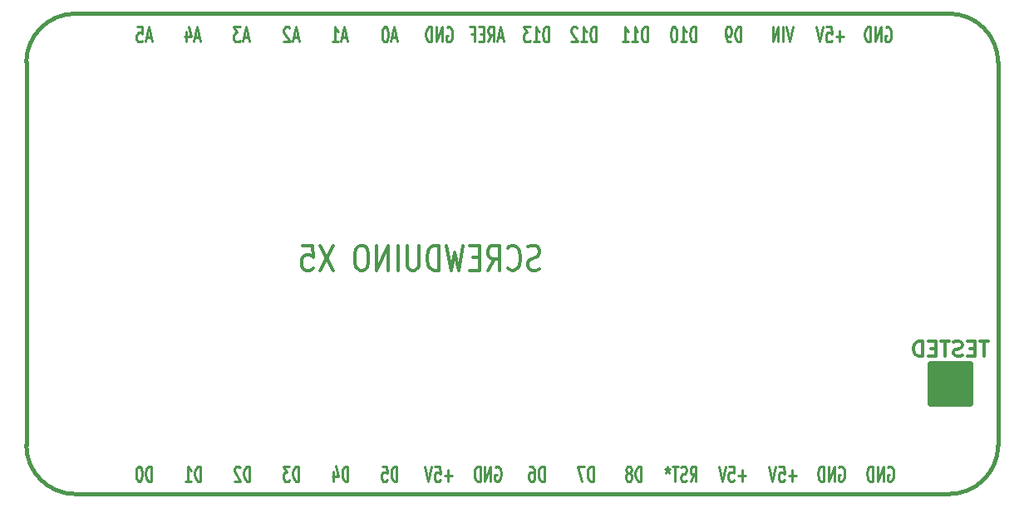
<source format=gbo>
G04 #@! TF.FileFunction,Legend,Bot*
%FSLAX46Y46*%
G04 Gerber Fmt 4.6, Leading zero omitted, Abs format (unit mm)*
G04 Created by KiCad (PCBNEW (after 2015-mar-04 BZR unknown)-product) date 7/17/2015 7:43:42 PM*
%MOMM*%
G01*
G04 APERTURE LIST*
%ADD10C,0.150000*%
%ADD11C,0.381000*%
%ADD12C,0.342900*%
%ADD13C,0.254000*%
%ADD14C,0.650000*%
%ADD15C,0.304800*%
G04 APERTURE END LIST*
D10*
D11*
X92474000Y-79340000D02*
X181474000Y-79340000D01*
X87474000Y-123340000D02*
X87474000Y-84340000D01*
X181474000Y-128340000D02*
X92474000Y-128340000D01*
X186474000Y-84340000D02*
X186474000Y-123340000D01*
X87474000Y-123340000D02*
G75*
G03X92474000Y-128340000I5000000J0D01*
G01*
X181474000Y-128340000D02*
G75*
G03X186474000Y-123340000I0J5000000D01*
G01*
X186474000Y-84340000D02*
G75*
G03X181474000Y-79340000I-5000000J0D01*
G01*
X92474000Y-79340000D02*
G75*
G03X87474000Y-84340000I0J-5000000D01*
G01*
D12*
X139730237Y-105422095D02*
X139439952Y-105543048D01*
X138956142Y-105543048D01*
X138762618Y-105422095D01*
X138665856Y-105301143D01*
X138569095Y-105059238D01*
X138569095Y-104817333D01*
X138665856Y-104575429D01*
X138762618Y-104454476D01*
X138956142Y-104333524D01*
X139343190Y-104212571D01*
X139536714Y-104091619D01*
X139633475Y-103970667D01*
X139730237Y-103728762D01*
X139730237Y-103486857D01*
X139633475Y-103244952D01*
X139536714Y-103124000D01*
X139343190Y-103003048D01*
X138859380Y-103003048D01*
X138569095Y-103124000D01*
X136537095Y-105301143D02*
X136633857Y-105422095D01*
X136924142Y-105543048D01*
X137117666Y-105543048D01*
X137407952Y-105422095D01*
X137601476Y-105180190D01*
X137698237Y-104938286D01*
X137794999Y-104454476D01*
X137794999Y-104091619D01*
X137698237Y-103607810D01*
X137601476Y-103365905D01*
X137407952Y-103124000D01*
X137117666Y-103003048D01*
X136924142Y-103003048D01*
X136633857Y-103124000D01*
X136537095Y-103244952D01*
X134505095Y-105543048D02*
X135182428Y-104333524D01*
X135666237Y-105543048D02*
X135666237Y-103003048D01*
X134892142Y-103003048D01*
X134698618Y-103124000D01*
X134601857Y-103244952D01*
X134505095Y-103486857D01*
X134505095Y-103849714D01*
X134601857Y-104091619D01*
X134698618Y-104212571D01*
X134892142Y-104333524D01*
X135666237Y-104333524D01*
X133634237Y-104212571D02*
X132956904Y-104212571D01*
X132666618Y-105543048D02*
X133634237Y-105543048D01*
X133634237Y-103003048D01*
X132666618Y-103003048D01*
X131989285Y-103003048D02*
X131505476Y-105543048D01*
X131118428Y-103728762D01*
X130731381Y-105543048D01*
X130247571Y-103003048D01*
X129473475Y-105543048D02*
X129473475Y-103003048D01*
X128989666Y-103003048D01*
X128699380Y-103124000D01*
X128505856Y-103365905D01*
X128409095Y-103607810D01*
X128312333Y-104091619D01*
X128312333Y-104454476D01*
X128409095Y-104938286D01*
X128505856Y-105180190D01*
X128699380Y-105422095D01*
X128989666Y-105543048D01*
X129473475Y-105543048D01*
X127441475Y-103003048D02*
X127441475Y-105059238D01*
X127344714Y-105301143D01*
X127247952Y-105422095D01*
X127054428Y-105543048D01*
X126667380Y-105543048D01*
X126473856Y-105422095D01*
X126377095Y-105301143D01*
X126280333Y-105059238D01*
X126280333Y-103003048D01*
X125312713Y-105543048D02*
X125312713Y-103003048D01*
X124345094Y-105543048D02*
X124345094Y-103003048D01*
X123183952Y-105543048D01*
X123183952Y-103003048D01*
X121829285Y-103003048D02*
X121442237Y-103003048D01*
X121248713Y-103124000D01*
X121055190Y-103365905D01*
X120958428Y-103849714D01*
X120958428Y-104696381D01*
X121055190Y-105180190D01*
X121248713Y-105422095D01*
X121442237Y-105543048D01*
X121829285Y-105543048D01*
X122022809Y-105422095D01*
X122216332Y-105180190D01*
X122313094Y-104696381D01*
X122313094Y-103849714D01*
X122216332Y-103365905D01*
X122022809Y-103124000D01*
X121829285Y-103003048D01*
X118732904Y-103003048D02*
X117378238Y-105543048D01*
X117378238Y-103003048D02*
X118732904Y-105543048D01*
X115636523Y-103003048D02*
X116604142Y-103003048D01*
X116700904Y-104212571D01*
X116604142Y-104091619D01*
X116410619Y-103970667D01*
X115926809Y-103970667D01*
X115733285Y-104091619D01*
X115636523Y-104212571D01*
X115539762Y-104454476D01*
X115539762Y-105059238D01*
X115636523Y-105301143D01*
X115733285Y-105422095D01*
X115926809Y-105543048D01*
X116410619Y-105543048D01*
X116604142Y-105422095D01*
X116700904Y-105301143D01*
D13*
X175018095Y-80772000D02*
X175114857Y-80699429D01*
X175260000Y-80699429D01*
X175405142Y-80772000D01*
X175501904Y-80917143D01*
X175550285Y-81062286D01*
X175598666Y-81352571D01*
X175598666Y-81570286D01*
X175550285Y-81860571D01*
X175501904Y-82005714D01*
X175405142Y-82150857D01*
X175260000Y-82223429D01*
X175163238Y-82223429D01*
X175018095Y-82150857D01*
X174969714Y-82078286D01*
X174969714Y-81570286D01*
X175163238Y-81570286D01*
X174534285Y-82223429D02*
X174534285Y-80699429D01*
X173953714Y-82223429D01*
X173953714Y-80699429D01*
X173469904Y-82223429D02*
X173469904Y-80699429D01*
X173227999Y-80699429D01*
X173082857Y-80772000D01*
X172986095Y-80917143D01*
X172937714Y-81062286D01*
X172889333Y-81352571D01*
X172889333Y-81570286D01*
X172937714Y-81860571D01*
X172986095Y-82005714D01*
X173082857Y-82150857D01*
X173227999Y-82223429D01*
X173469904Y-82223429D01*
X170724285Y-81642857D02*
X169950190Y-81642857D01*
X170337238Y-82223429D02*
X170337238Y-81062286D01*
X168982571Y-80699429D02*
X169466380Y-80699429D01*
X169514761Y-81425143D01*
X169466380Y-81352571D01*
X169369618Y-81280000D01*
X169127714Y-81280000D01*
X169030952Y-81352571D01*
X168982571Y-81425143D01*
X168934190Y-81570286D01*
X168934190Y-81933143D01*
X168982571Y-82078286D01*
X169030952Y-82150857D01*
X169127714Y-82223429D01*
X169369618Y-82223429D01*
X169466380Y-82150857D01*
X169514761Y-82078286D01*
X168643904Y-80699429D02*
X168305237Y-82223429D01*
X167966571Y-80699429D01*
X165577762Y-80699429D02*
X165239095Y-82223429D01*
X164900429Y-80699429D01*
X164561762Y-82223429D02*
X164561762Y-80699429D01*
X164077952Y-82223429D02*
X164077952Y-80699429D01*
X163497381Y-82223429D01*
X163497381Y-80699429D01*
X160261904Y-82223429D02*
X160261904Y-80699429D01*
X160019999Y-80699429D01*
X159874857Y-80772000D01*
X159778095Y-80917143D01*
X159729714Y-81062286D01*
X159681333Y-81352571D01*
X159681333Y-81570286D01*
X159729714Y-81860571D01*
X159778095Y-82005714D01*
X159874857Y-82150857D01*
X160019999Y-82223429D01*
X160261904Y-82223429D01*
X159197523Y-82223429D02*
X159003999Y-82223429D01*
X158907238Y-82150857D01*
X158858857Y-82078286D01*
X158762095Y-81860571D01*
X158713714Y-81570286D01*
X158713714Y-80989714D01*
X158762095Y-80844571D01*
X158810476Y-80772000D01*
X158907238Y-80699429D01*
X159100761Y-80699429D01*
X159197523Y-80772000D01*
X159245904Y-80844571D01*
X159294285Y-80989714D01*
X159294285Y-81352571D01*
X159245904Y-81497714D01*
X159197523Y-81570286D01*
X159100761Y-81642857D01*
X158907238Y-81642857D01*
X158810476Y-81570286D01*
X158762095Y-81497714D01*
X158713714Y-81352571D01*
X155665714Y-82223429D02*
X155665714Y-80699429D01*
X155423809Y-80699429D01*
X155278667Y-80772000D01*
X155181905Y-80917143D01*
X155133524Y-81062286D01*
X155085143Y-81352571D01*
X155085143Y-81570286D01*
X155133524Y-81860571D01*
X155181905Y-82005714D01*
X155278667Y-82150857D01*
X155423809Y-82223429D01*
X155665714Y-82223429D01*
X154117524Y-82223429D02*
X154698095Y-82223429D01*
X154407809Y-82223429D02*
X154407809Y-80699429D01*
X154504571Y-80917143D01*
X154601333Y-81062286D01*
X154698095Y-81134857D01*
X153488571Y-80699429D02*
X153391810Y-80699429D01*
X153295048Y-80772000D01*
X153246667Y-80844571D01*
X153198286Y-80989714D01*
X153149905Y-81280000D01*
X153149905Y-81642857D01*
X153198286Y-81933143D01*
X153246667Y-82078286D01*
X153295048Y-82150857D01*
X153391810Y-82223429D01*
X153488571Y-82223429D01*
X153585333Y-82150857D01*
X153633714Y-82078286D01*
X153682095Y-81933143D01*
X153730476Y-81642857D01*
X153730476Y-81280000D01*
X153682095Y-80989714D01*
X153633714Y-80844571D01*
X153585333Y-80772000D01*
X153488571Y-80699429D01*
X150712714Y-82223429D02*
X150712714Y-80699429D01*
X150470809Y-80699429D01*
X150325667Y-80772000D01*
X150228905Y-80917143D01*
X150180524Y-81062286D01*
X150132143Y-81352571D01*
X150132143Y-81570286D01*
X150180524Y-81860571D01*
X150228905Y-82005714D01*
X150325667Y-82150857D01*
X150470809Y-82223429D01*
X150712714Y-82223429D01*
X149164524Y-82223429D02*
X149745095Y-82223429D01*
X149454809Y-82223429D02*
X149454809Y-80699429D01*
X149551571Y-80917143D01*
X149648333Y-81062286D01*
X149745095Y-81134857D01*
X148196905Y-82223429D02*
X148777476Y-82223429D01*
X148487190Y-82223429D02*
X148487190Y-80699429D01*
X148583952Y-80917143D01*
X148680714Y-81062286D01*
X148777476Y-81134857D01*
X145505714Y-82223429D02*
X145505714Y-80699429D01*
X145263809Y-80699429D01*
X145118667Y-80772000D01*
X145021905Y-80917143D01*
X144973524Y-81062286D01*
X144925143Y-81352571D01*
X144925143Y-81570286D01*
X144973524Y-81860571D01*
X145021905Y-82005714D01*
X145118667Y-82150857D01*
X145263809Y-82223429D01*
X145505714Y-82223429D01*
X143957524Y-82223429D02*
X144538095Y-82223429D01*
X144247809Y-82223429D02*
X144247809Y-80699429D01*
X144344571Y-80917143D01*
X144441333Y-81062286D01*
X144538095Y-81134857D01*
X143570476Y-80844571D02*
X143522095Y-80772000D01*
X143425333Y-80699429D01*
X143183429Y-80699429D01*
X143086667Y-80772000D01*
X143038286Y-80844571D01*
X142989905Y-80989714D01*
X142989905Y-81134857D01*
X143038286Y-81352571D01*
X143618857Y-82223429D01*
X142989905Y-82223429D01*
X140679714Y-82223429D02*
X140679714Y-80699429D01*
X140437809Y-80699429D01*
X140292667Y-80772000D01*
X140195905Y-80917143D01*
X140147524Y-81062286D01*
X140099143Y-81352571D01*
X140099143Y-81570286D01*
X140147524Y-81860571D01*
X140195905Y-82005714D01*
X140292667Y-82150857D01*
X140437809Y-82223429D01*
X140679714Y-82223429D01*
X139131524Y-82223429D02*
X139712095Y-82223429D01*
X139421809Y-82223429D02*
X139421809Y-80699429D01*
X139518571Y-80917143D01*
X139615333Y-81062286D01*
X139712095Y-81134857D01*
X138792857Y-80699429D02*
X138163905Y-80699429D01*
X138502571Y-81280000D01*
X138357429Y-81280000D01*
X138260667Y-81352571D01*
X138212286Y-81425143D01*
X138163905Y-81570286D01*
X138163905Y-81933143D01*
X138212286Y-82078286D01*
X138260667Y-82150857D01*
X138357429Y-82223429D01*
X138647714Y-82223429D01*
X138744476Y-82150857D01*
X138792857Y-82078286D01*
X136010952Y-81788000D02*
X135527143Y-81788000D01*
X136107714Y-82223429D02*
X135769047Y-80699429D01*
X135430381Y-82223429D01*
X134511143Y-82223429D02*
X134849809Y-81497714D01*
X135091714Y-82223429D02*
X135091714Y-80699429D01*
X134704667Y-80699429D01*
X134607905Y-80772000D01*
X134559524Y-80844571D01*
X134511143Y-80989714D01*
X134511143Y-81207429D01*
X134559524Y-81352571D01*
X134607905Y-81425143D01*
X134704667Y-81497714D01*
X135091714Y-81497714D01*
X134075714Y-81425143D02*
X133737048Y-81425143D01*
X133591905Y-82223429D02*
X134075714Y-82223429D01*
X134075714Y-80699429D01*
X133591905Y-80699429D01*
X132817810Y-81425143D02*
X133156476Y-81425143D01*
X133156476Y-82223429D02*
X133156476Y-80699429D01*
X132672667Y-80699429D01*
X130314095Y-80772000D02*
X130410857Y-80699429D01*
X130556000Y-80699429D01*
X130701142Y-80772000D01*
X130797904Y-80917143D01*
X130846285Y-81062286D01*
X130894666Y-81352571D01*
X130894666Y-81570286D01*
X130846285Y-81860571D01*
X130797904Y-82005714D01*
X130701142Y-82150857D01*
X130556000Y-82223429D01*
X130459238Y-82223429D01*
X130314095Y-82150857D01*
X130265714Y-82078286D01*
X130265714Y-81570286D01*
X130459238Y-81570286D01*
X129830285Y-82223429D02*
X129830285Y-80699429D01*
X129249714Y-82223429D01*
X129249714Y-80699429D01*
X128765904Y-82223429D02*
X128765904Y-80699429D01*
X128523999Y-80699429D01*
X128378857Y-80772000D01*
X128282095Y-80917143D01*
X128233714Y-81062286D01*
X128185333Y-81352571D01*
X128185333Y-81570286D01*
X128233714Y-81860571D01*
X128282095Y-82005714D01*
X128378857Y-82150857D01*
X128523999Y-82223429D01*
X128765904Y-82223429D01*
X125185714Y-81788000D02*
X124701905Y-81788000D01*
X125282476Y-82223429D02*
X124943809Y-80699429D01*
X124605143Y-82223429D01*
X124072952Y-80699429D02*
X123976191Y-80699429D01*
X123879429Y-80772000D01*
X123831048Y-80844571D01*
X123782667Y-80989714D01*
X123734286Y-81280000D01*
X123734286Y-81642857D01*
X123782667Y-81933143D01*
X123831048Y-82078286D01*
X123879429Y-82150857D01*
X123976191Y-82223429D01*
X124072952Y-82223429D01*
X124169714Y-82150857D01*
X124218095Y-82078286D01*
X124266476Y-81933143D01*
X124314857Y-81642857D01*
X124314857Y-81280000D01*
X124266476Y-80989714D01*
X124218095Y-80844571D01*
X124169714Y-80772000D01*
X124072952Y-80699429D01*
X120105714Y-81788000D02*
X119621905Y-81788000D01*
X120202476Y-82223429D02*
X119863809Y-80699429D01*
X119525143Y-82223429D01*
X118654286Y-82223429D02*
X119234857Y-82223429D01*
X118944571Y-82223429D02*
X118944571Y-80699429D01*
X119041333Y-80917143D01*
X119138095Y-81062286D01*
X119234857Y-81134857D01*
X115152714Y-81788000D02*
X114668905Y-81788000D01*
X115249476Y-82223429D02*
X114910809Y-80699429D01*
X114572143Y-82223429D01*
X114281857Y-80844571D02*
X114233476Y-80772000D01*
X114136714Y-80699429D01*
X113894810Y-80699429D01*
X113798048Y-80772000D01*
X113749667Y-80844571D01*
X113701286Y-80989714D01*
X113701286Y-81134857D01*
X113749667Y-81352571D01*
X114330238Y-82223429D01*
X113701286Y-82223429D01*
X110072714Y-81788000D02*
X109588905Y-81788000D01*
X110169476Y-82223429D02*
X109830809Y-80699429D01*
X109492143Y-82223429D01*
X109250238Y-80699429D02*
X108621286Y-80699429D01*
X108959952Y-81280000D01*
X108814810Y-81280000D01*
X108718048Y-81352571D01*
X108669667Y-81425143D01*
X108621286Y-81570286D01*
X108621286Y-81933143D01*
X108669667Y-82078286D01*
X108718048Y-82150857D01*
X108814810Y-82223429D01*
X109105095Y-82223429D01*
X109201857Y-82150857D01*
X109250238Y-82078286D01*
X105119714Y-81788000D02*
X104635905Y-81788000D01*
X105216476Y-82223429D02*
X104877809Y-80699429D01*
X104539143Y-82223429D01*
X103765048Y-81207429D02*
X103765048Y-82223429D01*
X104006952Y-80626857D02*
X104248857Y-81715429D01*
X103619905Y-81715429D01*
X100166714Y-81788000D02*
X99682905Y-81788000D01*
X100263476Y-82223429D02*
X99924809Y-80699429D01*
X99586143Y-82223429D01*
X98763667Y-80699429D02*
X99247476Y-80699429D01*
X99295857Y-81425143D01*
X99247476Y-81352571D01*
X99150714Y-81280000D01*
X98908810Y-81280000D01*
X98812048Y-81352571D01*
X98763667Y-81425143D01*
X98715286Y-81570286D01*
X98715286Y-81933143D01*
X98763667Y-82078286D01*
X98812048Y-82150857D01*
X98908810Y-82223429D01*
X99150714Y-82223429D01*
X99247476Y-82150857D01*
X99295857Y-82078286D01*
X175248095Y-125578000D02*
X175344857Y-125505429D01*
X175490000Y-125505429D01*
X175635142Y-125578000D01*
X175731904Y-125723143D01*
X175780285Y-125868286D01*
X175828666Y-126158571D01*
X175828666Y-126376286D01*
X175780285Y-126666571D01*
X175731904Y-126811714D01*
X175635142Y-126956857D01*
X175490000Y-127029429D01*
X175393238Y-127029429D01*
X175248095Y-126956857D01*
X175199714Y-126884286D01*
X175199714Y-126376286D01*
X175393238Y-126376286D01*
X174764285Y-127029429D02*
X174764285Y-125505429D01*
X174183714Y-127029429D01*
X174183714Y-125505429D01*
X173699904Y-127029429D02*
X173699904Y-125505429D01*
X173457999Y-125505429D01*
X173312857Y-125578000D01*
X173216095Y-125723143D01*
X173167714Y-125868286D01*
X173119333Y-126158571D01*
X173119333Y-126376286D01*
X173167714Y-126666571D01*
X173216095Y-126811714D01*
X173312857Y-126956857D01*
X173457999Y-127029429D01*
X173699904Y-127029429D01*
X170248095Y-125578000D02*
X170344857Y-125505429D01*
X170490000Y-125505429D01*
X170635142Y-125578000D01*
X170731904Y-125723143D01*
X170780285Y-125868286D01*
X170828666Y-126158571D01*
X170828666Y-126376286D01*
X170780285Y-126666571D01*
X170731904Y-126811714D01*
X170635142Y-126956857D01*
X170490000Y-127029429D01*
X170393238Y-127029429D01*
X170248095Y-126956857D01*
X170199714Y-126884286D01*
X170199714Y-126376286D01*
X170393238Y-126376286D01*
X169764285Y-127029429D02*
X169764285Y-125505429D01*
X169183714Y-127029429D01*
X169183714Y-125505429D01*
X168699904Y-127029429D02*
X168699904Y-125505429D01*
X168457999Y-125505429D01*
X168312857Y-125578000D01*
X168216095Y-125723143D01*
X168167714Y-125868286D01*
X168119333Y-126158571D01*
X168119333Y-126376286D01*
X168167714Y-126666571D01*
X168216095Y-126811714D01*
X168312857Y-126956857D01*
X168457999Y-127029429D01*
X168699904Y-127029429D01*
X165898285Y-126473857D02*
X165124190Y-126473857D01*
X165511238Y-127054429D02*
X165511238Y-125893286D01*
X164156571Y-125530429D02*
X164640380Y-125530429D01*
X164688761Y-126256143D01*
X164640380Y-126183571D01*
X164543618Y-126111000D01*
X164301714Y-126111000D01*
X164204952Y-126183571D01*
X164156571Y-126256143D01*
X164108190Y-126401286D01*
X164108190Y-126764143D01*
X164156571Y-126909286D01*
X164204952Y-126981857D01*
X164301714Y-127054429D01*
X164543618Y-127054429D01*
X164640380Y-126981857D01*
X164688761Y-126909286D01*
X163817904Y-125530429D02*
X163479237Y-127054429D01*
X163140571Y-125530429D01*
X160780285Y-126448857D02*
X160006190Y-126448857D01*
X160393238Y-127029429D02*
X160393238Y-125868286D01*
X159038571Y-125505429D02*
X159522380Y-125505429D01*
X159570761Y-126231143D01*
X159522380Y-126158571D01*
X159425618Y-126086000D01*
X159183714Y-126086000D01*
X159086952Y-126158571D01*
X159038571Y-126231143D01*
X158990190Y-126376286D01*
X158990190Y-126739143D01*
X159038571Y-126884286D01*
X159086952Y-126956857D01*
X159183714Y-127029429D01*
X159425618Y-127029429D01*
X159522380Y-126956857D01*
X159570761Y-126884286D01*
X158699904Y-125505429D02*
X158361237Y-127029429D01*
X158022571Y-125505429D01*
X155121428Y-127054429D02*
X155460094Y-126328714D01*
X155701999Y-127054429D02*
X155701999Y-125530429D01*
X155314952Y-125530429D01*
X155218190Y-125603000D01*
X155169809Y-125675571D01*
X155121428Y-125820714D01*
X155121428Y-126038429D01*
X155169809Y-126183571D01*
X155218190Y-126256143D01*
X155314952Y-126328714D01*
X155701999Y-126328714D01*
X154734380Y-126981857D02*
X154589237Y-127054429D01*
X154347333Y-127054429D01*
X154250571Y-126981857D01*
X154202190Y-126909286D01*
X154153809Y-126764143D01*
X154153809Y-126619000D01*
X154202190Y-126473857D01*
X154250571Y-126401286D01*
X154347333Y-126328714D01*
X154540856Y-126256143D01*
X154637618Y-126183571D01*
X154685999Y-126111000D01*
X154734380Y-125965857D01*
X154734380Y-125820714D01*
X154685999Y-125675571D01*
X154637618Y-125603000D01*
X154540856Y-125530429D01*
X154298952Y-125530429D01*
X154153809Y-125603000D01*
X153863523Y-125530429D02*
X153282952Y-125530429D01*
X153573237Y-127054429D02*
X153573237Y-125530429D01*
X152799142Y-125530429D02*
X152799142Y-125893286D01*
X153041047Y-125748143D02*
X152799142Y-125893286D01*
X152557238Y-125748143D01*
X152944285Y-126183571D02*
X152799142Y-125893286D01*
X152654000Y-126183571D01*
X150101904Y-127054429D02*
X150101904Y-125530429D01*
X149859999Y-125530429D01*
X149714857Y-125603000D01*
X149618095Y-125748143D01*
X149569714Y-125893286D01*
X149521333Y-126183571D01*
X149521333Y-126401286D01*
X149569714Y-126691571D01*
X149618095Y-126836714D01*
X149714857Y-126981857D01*
X149859999Y-127054429D01*
X150101904Y-127054429D01*
X148940761Y-126183571D02*
X149037523Y-126111000D01*
X149085904Y-126038429D01*
X149134285Y-125893286D01*
X149134285Y-125820714D01*
X149085904Y-125675571D01*
X149037523Y-125603000D01*
X148940761Y-125530429D01*
X148747238Y-125530429D01*
X148650476Y-125603000D01*
X148602095Y-125675571D01*
X148553714Y-125820714D01*
X148553714Y-125893286D01*
X148602095Y-126038429D01*
X148650476Y-126111000D01*
X148747238Y-126183571D01*
X148940761Y-126183571D01*
X149037523Y-126256143D01*
X149085904Y-126328714D01*
X149134285Y-126473857D01*
X149134285Y-126764143D01*
X149085904Y-126909286D01*
X149037523Y-126981857D01*
X148940761Y-127054429D01*
X148747238Y-127054429D01*
X148650476Y-126981857D01*
X148602095Y-126909286D01*
X148553714Y-126764143D01*
X148553714Y-126473857D01*
X148602095Y-126328714D01*
X148650476Y-126256143D01*
X148747238Y-126183571D01*
X145223904Y-127029429D02*
X145223904Y-125505429D01*
X144981999Y-125505429D01*
X144836857Y-125578000D01*
X144740095Y-125723143D01*
X144691714Y-125868286D01*
X144643333Y-126158571D01*
X144643333Y-126376286D01*
X144691714Y-126666571D01*
X144740095Y-126811714D01*
X144836857Y-126956857D01*
X144981999Y-127029429D01*
X145223904Y-127029429D01*
X144304666Y-125505429D02*
X143627333Y-125505429D01*
X144062761Y-127029429D01*
X140223904Y-127029429D02*
X140223904Y-125505429D01*
X139981999Y-125505429D01*
X139836857Y-125578000D01*
X139740095Y-125723143D01*
X139691714Y-125868286D01*
X139643333Y-126158571D01*
X139643333Y-126376286D01*
X139691714Y-126666571D01*
X139740095Y-126811714D01*
X139836857Y-126956857D01*
X139981999Y-127029429D01*
X140223904Y-127029429D01*
X138772476Y-125505429D02*
X138965999Y-125505429D01*
X139062761Y-125578000D01*
X139111142Y-125650571D01*
X139207904Y-125868286D01*
X139256285Y-126158571D01*
X139256285Y-126739143D01*
X139207904Y-126884286D01*
X139159523Y-126956857D01*
X139062761Y-127029429D01*
X138869238Y-127029429D01*
X138772476Y-126956857D01*
X138724095Y-126884286D01*
X138675714Y-126739143D01*
X138675714Y-126376286D01*
X138724095Y-126231143D01*
X138772476Y-126158571D01*
X138869238Y-126086000D01*
X139062761Y-126086000D01*
X139159523Y-126158571D01*
X139207904Y-126231143D01*
X139256285Y-126376286D01*
X135248095Y-125578000D02*
X135344857Y-125505429D01*
X135490000Y-125505429D01*
X135635142Y-125578000D01*
X135731904Y-125723143D01*
X135780285Y-125868286D01*
X135828666Y-126158571D01*
X135828666Y-126376286D01*
X135780285Y-126666571D01*
X135731904Y-126811714D01*
X135635142Y-126956857D01*
X135490000Y-127029429D01*
X135393238Y-127029429D01*
X135248095Y-126956857D01*
X135199714Y-126884286D01*
X135199714Y-126376286D01*
X135393238Y-126376286D01*
X134764285Y-127029429D02*
X134764285Y-125505429D01*
X134183714Y-127029429D01*
X134183714Y-125505429D01*
X133699904Y-127029429D02*
X133699904Y-125505429D01*
X133457999Y-125505429D01*
X133312857Y-125578000D01*
X133216095Y-125723143D01*
X133167714Y-125868286D01*
X133119333Y-126158571D01*
X133119333Y-126376286D01*
X133167714Y-126666571D01*
X133216095Y-126811714D01*
X133312857Y-126956857D01*
X133457999Y-127029429D01*
X133699904Y-127029429D01*
X130846285Y-126473857D02*
X130072190Y-126473857D01*
X130459238Y-127054429D02*
X130459238Y-125893286D01*
X129104571Y-125530429D02*
X129588380Y-125530429D01*
X129636761Y-126256143D01*
X129588380Y-126183571D01*
X129491618Y-126111000D01*
X129249714Y-126111000D01*
X129152952Y-126183571D01*
X129104571Y-126256143D01*
X129056190Y-126401286D01*
X129056190Y-126764143D01*
X129104571Y-126909286D01*
X129152952Y-126981857D01*
X129249714Y-127054429D01*
X129491618Y-127054429D01*
X129588380Y-126981857D01*
X129636761Y-126909286D01*
X128765904Y-125530429D02*
X128427237Y-127054429D01*
X128088571Y-125530429D01*
X125223904Y-127029429D02*
X125223904Y-125505429D01*
X124981999Y-125505429D01*
X124836857Y-125578000D01*
X124740095Y-125723143D01*
X124691714Y-125868286D01*
X124643333Y-126158571D01*
X124643333Y-126376286D01*
X124691714Y-126666571D01*
X124740095Y-126811714D01*
X124836857Y-126956857D01*
X124981999Y-127029429D01*
X125223904Y-127029429D01*
X123724095Y-125505429D02*
X124207904Y-125505429D01*
X124256285Y-126231143D01*
X124207904Y-126158571D01*
X124111142Y-126086000D01*
X123869238Y-126086000D01*
X123772476Y-126158571D01*
X123724095Y-126231143D01*
X123675714Y-126376286D01*
X123675714Y-126739143D01*
X123724095Y-126884286D01*
X123772476Y-126956857D01*
X123869238Y-127029429D01*
X124111142Y-127029429D01*
X124207904Y-126956857D01*
X124256285Y-126884286D01*
X120223904Y-127029429D02*
X120223904Y-125505429D01*
X119981999Y-125505429D01*
X119836857Y-125578000D01*
X119740095Y-125723143D01*
X119691714Y-125868286D01*
X119643333Y-126158571D01*
X119643333Y-126376286D01*
X119691714Y-126666571D01*
X119740095Y-126811714D01*
X119836857Y-126956857D01*
X119981999Y-127029429D01*
X120223904Y-127029429D01*
X118772476Y-126013429D02*
X118772476Y-127029429D01*
X119014380Y-125432857D02*
X119256285Y-126521429D01*
X118627333Y-126521429D01*
X115223904Y-127029429D02*
X115223904Y-125505429D01*
X114981999Y-125505429D01*
X114836857Y-125578000D01*
X114740095Y-125723143D01*
X114691714Y-125868286D01*
X114643333Y-126158571D01*
X114643333Y-126376286D01*
X114691714Y-126666571D01*
X114740095Y-126811714D01*
X114836857Y-126956857D01*
X114981999Y-127029429D01*
X115223904Y-127029429D01*
X114304666Y-125505429D02*
X113675714Y-125505429D01*
X114014380Y-126086000D01*
X113869238Y-126086000D01*
X113772476Y-126158571D01*
X113724095Y-126231143D01*
X113675714Y-126376286D01*
X113675714Y-126739143D01*
X113724095Y-126884286D01*
X113772476Y-126956857D01*
X113869238Y-127029429D01*
X114159523Y-127029429D01*
X114256285Y-126956857D01*
X114304666Y-126884286D01*
X110223904Y-127029429D02*
X110223904Y-125505429D01*
X109981999Y-125505429D01*
X109836857Y-125578000D01*
X109740095Y-125723143D01*
X109691714Y-125868286D01*
X109643333Y-126158571D01*
X109643333Y-126376286D01*
X109691714Y-126666571D01*
X109740095Y-126811714D01*
X109836857Y-126956857D01*
X109981999Y-127029429D01*
X110223904Y-127029429D01*
X109256285Y-125650571D02*
X109207904Y-125578000D01*
X109111142Y-125505429D01*
X108869238Y-125505429D01*
X108772476Y-125578000D01*
X108724095Y-125650571D01*
X108675714Y-125795714D01*
X108675714Y-125940857D01*
X108724095Y-126158571D01*
X109304666Y-127029429D01*
X108675714Y-127029429D01*
X105223904Y-127029429D02*
X105223904Y-125505429D01*
X104981999Y-125505429D01*
X104836857Y-125578000D01*
X104740095Y-125723143D01*
X104691714Y-125868286D01*
X104643333Y-126158571D01*
X104643333Y-126376286D01*
X104691714Y-126666571D01*
X104740095Y-126811714D01*
X104836857Y-126956857D01*
X104981999Y-127029429D01*
X105223904Y-127029429D01*
X103675714Y-127029429D02*
X104256285Y-127029429D01*
X103965999Y-127029429D02*
X103965999Y-125505429D01*
X104062761Y-125723143D01*
X104159523Y-125868286D01*
X104256285Y-125940857D01*
X100223904Y-127029429D02*
X100223904Y-125505429D01*
X99981999Y-125505429D01*
X99836857Y-125578000D01*
X99740095Y-125723143D01*
X99691714Y-125868286D01*
X99643333Y-126158571D01*
X99643333Y-126376286D01*
X99691714Y-126666571D01*
X99740095Y-126811714D01*
X99836857Y-126956857D01*
X99981999Y-127029429D01*
X100223904Y-127029429D01*
X99014380Y-125505429D02*
X98917619Y-125505429D01*
X98820857Y-125578000D01*
X98772476Y-125650571D01*
X98724095Y-125795714D01*
X98675714Y-126086000D01*
X98675714Y-126448857D01*
X98724095Y-126739143D01*
X98772476Y-126884286D01*
X98820857Y-126956857D01*
X98917619Y-127029429D01*
X99014380Y-127029429D01*
X99111142Y-126956857D01*
X99159523Y-126884286D01*
X99207904Y-126739143D01*
X99256285Y-126448857D01*
X99256285Y-126086000D01*
X99207904Y-125795714D01*
X99159523Y-125650571D01*
X99111142Y-125578000D01*
X99014380Y-125505429D01*
D14*
X179610000Y-115094000D02*
X183610000Y-115094000D01*
X183610000Y-115094000D02*
X183610000Y-119094000D01*
X183610000Y-119094000D02*
X179610000Y-119094000D01*
X179610000Y-119094000D02*
X179610000Y-115094000D01*
X179610000Y-115094000D02*
X179610000Y-115594000D01*
X179610000Y-115594000D02*
X183610000Y-115594000D01*
X183610000Y-115594000D02*
X183610000Y-116094000D01*
X183610000Y-116094000D02*
X179610000Y-116094000D01*
X179610000Y-116094000D02*
X179610000Y-116594000D01*
X179610000Y-116594000D02*
X183610000Y-116594000D01*
X183610000Y-116594000D02*
X183610000Y-117094000D01*
X183610000Y-117094000D02*
X179610000Y-117094000D01*
X179610000Y-117094000D02*
X179610000Y-117594000D01*
X179610000Y-117594000D02*
X183110000Y-117594000D01*
X183110000Y-117594000D02*
X183610000Y-117594000D01*
X183610000Y-117594000D02*
X183610000Y-118094000D01*
X183610000Y-118094000D02*
X179610000Y-118094000D01*
X179610000Y-118094000D02*
X179610000Y-118594000D01*
X179610000Y-118594000D02*
X183610000Y-118594000D01*
D15*
X185492571Y-112759429D02*
X184621714Y-112759429D01*
X185057143Y-114283429D02*
X185057143Y-112759429D01*
X184113714Y-113485143D02*
X183605714Y-113485143D01*
X183388000Y-114283429D02*
X184113714Y-114283429D01*
X184113714Y-112759429D01*
X183388000Y-112759429D01*
X182807428Y-114210857D02*
X182589714Y-114283429D01*
X182226857Y-114283429D01*
X182081714Y-114210857D01*
X182009143Y-114138286D01*
X181936571Y-113993143D01*
X181936571Y-113848000D01*
X182009143Y-113702857D01*
X182081714Y-113630286D01*
X182226857Y-113557714D01*
X182517143Y-113485143D01*
X182662285Y-113412571D01*
X182734857Y-113340000D01*
X182807428Y-113194857D01*
X182807428Y-113049714D01*
X182734857Y-112904571D01*
X182662285Y-112832000D01*
X182517143Y-112759429D01*
X182154285Y-112759429D01*
X181936571Y-112832000D01*
X181501142Y-112759429D02*
X180630285Y-112759429D01*
X181065714Y-114283429D02*
X181065714Y-112759429D01*
X180122285Y-113485143D02*
X179614285Y-113485143D01*
X179396571Y-114283429D02*
X180122285Y-114283429D01*
X180122285Y-112759429D01*
X179396571Y-112759429D01*
X178743428Y-114283429D02*
X178743428Y-112759429D01*
X178380571Y-112759429D01*
X178162856Y-112832000D01*
X178017714Y-112977143D01*
X177945142Y-113122286D01*
X177872571Y-113412571D01*
X177872571Y-113630286D01*
X177945142Y-113920571D01*
X178017714Y-114065714D01*
X178162856Y-114210857D01*
X178380571Y-114283429D01*
X178743428Y-114283429D01*
M02*

</source>
